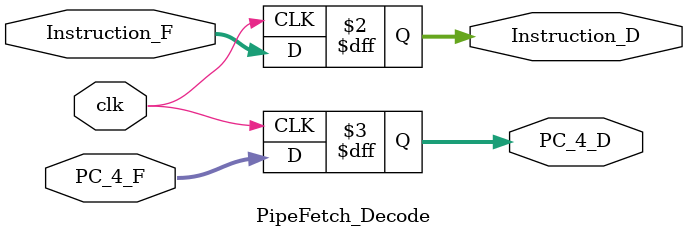
<source format=v>
/*Pipeline para la etapa de fetch/decode

*/

module PipeFetch_Decode
(
	input clk,
	input [31:0]Instruction_F,
	input [31:0]PC_4_F,
	
	output reg [31:0]Instruction_D,
	output reg [31:0]PC_4_D
);



	always@(negedge clk)
	begin
		
		Instruction_D = Instruction_F;
		PC_4_D = PC_4_F;		


	end

endmodule
</source>
